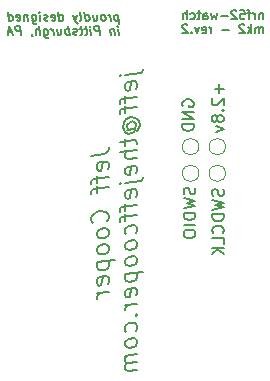
<source format=gbr>
%TF.GenerationSoftware,KiCad,Pcbnew,(5.99.0-2309-gaf729d578)*%
%TF.CreationDate,2020-08-01T12:07:06-04:00*%
%TF.ProjectId,mk2,6d6b322e-6b69-4636-9164-5f7063625858,rev?*%
%TF.SameCoordinates,Original*%
%TF.FileFunction,Legend,Bot*%
%TF.FilePolarity,Positive*%
%FSLAX46Y46*%
G04 Gerber Fmt 4.6, Leading zero omitted, Abs format (unit mm)*
G04 Created by KiCad (PCBNEW (5.99.0-2309-gaf729d578)) date 2020-08-01 12:07:06*
%MOMM*%
%LPD*%
G01*
G04 APERTURE LIST*
%ADD10C,0.150000*%
%ADD11C,0.187500*%
%ADD12C,0.200000*%
%ADD13C,0.120000*%
G04 APERTURE END LIST*
D10*
X28598761Y-28233952D02*
X28646380Y-28376809D01*
X28646380Y-28614904D01*
X28598761Y-28710142D01*
X28551142Y-28757761D01*
X28455904Y-28805380D01*
X28360666Y-28805380D01*
X28265428Y-28757761D01*
X28217809Y-28710142D01*
X28170190Y-28614904D01*
X28122571Y-28424428D01*
X28074952Y-28329190D01*
X28027333Y-28281571D01*
X27932095Y-28233952D01*
X27836857Y-28233952D01*
X27741619Y-28281571D01*
X27694000Y-28329190D01*
X27646380Y-28424428D01*
X27646380Y-28662523D01*
X27694000Y-28805380D01*
X27646380Y-29138714D02*
X28646380Y-29376809D01*
X27932095Y-29567285D01*
X28646380Y-29757761D01*
X27646380Y-29995857D01*
X28646380Y-30376809D02*
X27646380Y-30376809D01*
X27646380Y-30614904D01*
X27694000Y-30757761D01*
X27789238Y-30853000D01*
X27884476Y-30900619D01*
X28074952Y-30948238D01*
X28217809Y-30948238D01*
X28408285Y-30900619D01*
X28503523Y-30853000D01*
X28598761Y-30757761D01*
X28646380Y-30614904D01*
X28646380Y-30376809D01*
X28646380Y-31376809D02*
X27646380Y-31376809D01*
X27646380Y-32043476D02*
X27646380Y-32233952D01*
X27694000Y-32329190D01*
X27789238Y-32424428D01*
X27979714Y-32472047D01*
X28313047Y-32472047D01*
X28503523Y-32424428D01*
X28598761Y-32329190D01*
X28646380Y-32233952D01*
X28646380Y-32043476D01*
X28598761Y-31948238D01*
X28503523Y-31853000D01*
X28313047Y-31805380D01*
X27979714Y-31805380D01*
X27789238Y-31853000D01*
X27694000Y-31948238D01*
X27646380Y-32043476D01*
X31011761Y-28353095D02*
X31059380Y-28495952D01*
X31059380Y-28734047D01*
X31011761Y-28829285D01*
X30964142Y-28876904D01*
X30868904Y-28924523D01*
X30773666Y-28924523D01*
X30678428Y-28876904D01*
X30630809Y-28829285D01*
X30583190Y-28734047D01*
X30535571Y-28543571D01*
X30487952Y-28448333D01*
X30440333Y-28400714D01*
X30345095Y-28353095D01*
X30249857Y-28353095D01*
X30154619Y-28400714D01*
X30107000Y-28448333D01*
X30059380Y-28543571D01*
X30059380Y-28781666D01*
X30107000Y-28924523D01*
X30059380Y-29257857D02*
X31059380Y-29495952D01*
X30345095Y-29686428D01*
X31059380Y-29876904D01*
X30059380Y-30115000D01*
X31059380Y-30495952D02*
X30059380Y-30495952D01*
X30059380Y-30734047D01*
X30107000Y-30876904D01*
X30202238Y-30972142D01*
X30297476Y-31019761D01*
X30487952Y-31067380D01*
X30630809Y-31067380D01*
X30821285Y-31019761D01*
X30916523Y-30972142D01*
X31011761Y-30876904D01*
X31059380Y-30734047D01*
X31059380Y-30495952D01*
X30964142Y-32067380D02*
X31011761Y-32019761D01*
X31059380Y-31876904D01*
X31059380Y-31781666D01*
X31011761Y-31638809D01*
X30916523Y-31543571D01*
X30821285Y-31495952D01*
X30630809Y-31448333D01*
X30487952Y-31448333D01*
X30297476Y-31495952D01*
X30202238Y-31543571D01*
X30107000Y-31638809D01*
X30059380Y-31781666D01*
X30059380Y-31876904D01*
X30107000Y-32019761D01*
X30154619Y-32067380D01*
X31059380Y-32972142D02*
X31059380Y-32495952D01*
X30059380Y-32495952D01*
X31059380Y-33305476D02*
X30059380Y-33305476D01*
X31059380Y-33876904D02*
X30487952Y-33448333D01*
X30059380Y-33876904D02*
X30630809Y-33305476D01*
X27567000Y-21336095D02*
X27519380Y-21240857D01*
X27519380Y-21098000D01*
X27567000Y-20955142D01*
X27662238Y-20859904D01*
X27757476Y-20812285D01*
X27947952Y-20764666D01*
X28090809Y-20764666D01*
X28281285Y-20812285D01*
X28376523Y-20859904D01*
X28471761Y-20955142D01*
X28519380Y-21098000D01*
X28519380Y-21193238D01*
X28471761Y-21336095D01*
X28424142Y-21383714D01*
X28090809Y-21383714D01*
X28090809Y-21193238D01*
X28519380Y-21812285D02*
X27519380Y-21812285D01*
X28519380Y-22383714D01*
X27519380Y-22383714D01*
X28519380Y-22859904D02*
X27519380Y-22859904D01*
X27519380Y-23098000D01*
X27567000Y-23240857D01*
X27662238Y-23336095D01*
X27757476Y-23383714D01*
X27947952Y-23431333D01*
X28090809Y-23431333D01*
X28281285Y-23383714D01*
X28376523Y-23336095D01*
X28471761Y-23240857D01*
X28519380Y-23098000D01*
X28519380Y-22859904D01*
X30653028Y-19485219D02*
X30653028Y-20247123D01*
X31033980Y-19866171D02*
X30272076Y-19866171D01*
X30129219Y-20675695D02*
X30081600Y-20723314D01*
X30033980Y-20818552D01*
X30033980Y-21056647D01*
X30081600Y-21151885D01*
X30129219Y-21199504D01*
X30224457Y-21247123D01*
X30319695Y-21247123D01*
X30462552Y-21199504D01*
X31033980Y-20628076D01*
X31033980Y-21247123D01*
X30938742Y-21675695D02*
X30986361Y-21723314D01*
X31033980Y-21675695D01*
X30986361Y-21628076D01*
X30938742Y-21675695D01*
X31033980Y-21675695D01*
X30462552Y-22294742D02*
X30414933Y-22199504D01*
X30367314Y-22151885D01*
X30272076Y-22104266D01*
X30224457Y-22104266D01*
X30129219Y-22151885D01*
X30081600Y-22199504D01*
X30033980Y-22294742D01*
X30033980Y-22485219D01*
X30081600Y-22580457D01*
X30129219Y-22628076D01*
X30224457Y-22675695D01*
X30272076Y-22675695D01*
X30367314Y-22628076D01*
X30414933Y-22580457D01*
X30462552Y-22485219D01*
X30462552Y-22294742D01*
X30510171Y-22199504D01*
X30557790Y-22151885D01*
X30653028Y-22104266D01*
X30843504Y-22104266D01*
X30938742Y-22151885D01*
X30986361Y-22199504D01*
X31033980Y-22294742D01*
X31033980Y-22485219D01*
X30986361Y-22580457D01*
X30938742Y-22628076D01*
X30843504Y-22675695D01*
X30653028Y-22675695D01*
X30557790Y-22628076D01*
X30510171Y-22580457D01*
X30462552Y-22485219D01*
X30367314Y-23009028D02*
X31033980Y-23247123D01*
X30367314Y-23485219D01*
D11*
X34370553Y-13459535D02*
X34370553Y-13959535D01*
X34370553Y-13530964D02*
X34334839Y-13495250D01*
X34263410Y-13459535D01*
X34156267Y-13459535D01*
X34084839Y-13495250D01*
X34049125Y-13566678D01*
X34049125Y-13959535D01*
X33691982Y-13959535D02*
X33691982Y-13459535D01*
X33691982Y-13602392D02*
X33656267Y-13530964D01*
X33620553Y-13495250D01*
X33549125Y-13459535D01*
X33477696Y-13459535D01*
X33334839Y-13459535D02*
X33049125Y-13459535D01*
X33227696Y-13959535D02*
X33227696Y-13316678D01*
X33191982Y-13245250D01*
X33120553Y-13209535D01*
X33049125Y-13209535D01*
X32441982Y-13209535D02*
X32799125Y-13209535D01*
X32834839Y-13566678D01*
X32799125Y-13530964D01*
X32727696Y-13495250D01*
X32549125Y-13495250D01*
X32477696Y-13530964D01*
X32441982Y-13566678D01*
X32406267Y-13638107D01*
X32406267Y-13816678D01*
X32441982Y-13888107D01*
X32477696Y-13923821D01*
X32549125Y-13959535D01*
X32727696Y-13959535D01*
X32799125Y-13923821D01*
X32834839Y-13888107D01*
X32120553Y-13280964D02*
X32084839Y-13245250D01*
X32013410Y-13209535D01*
X31834839Y-13209535D01*
X31763410Y-13245250D01*
X31727696Y-13280964D01*
X31691982Y-13352392D01*
X31691982Y-13423821D01*
X31727696Y-13530964D01*
X32156267Y-13959535D01*
X31691982Y-13959535D01*
X31370553Y-13673821D02*
X30799125Y-13673821D01*
X30513410Y-13459535D02*
X30370553Y-13959535D01*
X30227696Y-13602392D01*
X30084839Y-13959535D01*
X29941982Y-13459535D01*
X29334839Y-13959535D02*
X29334839Y-13566678D01*
X29370553Y-13495250D01*
X29441982Y-13459535D01*
X29584839Y-13459535D01*
X29656267Y-13495250D01*
X29334839Y-13923821D02*
X29406267Y-13959535D01*
X29584839Y-13959535D01*
X29656267Y-13923821D01*
X29691982Y-13852392D01*
X29691982Y-13780964D01*
X29656267Y-13709535D01*
X29584839Y-13673821D01*
X29406267Y-13673821D01*
X29334839Y-13638107D01*
X29084839Y-13459535D02*
X28799125Y-13459535D01*
X28977696Y-13209535D02*
X28977696Y-13852392D01*
X28941982Y-13923821D01*
X28870553Y-13959535D01*
X28799125Y-13959535D01*
X28227696Y-13923821D02*
X28299125Y-13959535D01*
X28441982Y-13959535D01*
X28513410Y-13923821D01*
X28549125Y-13888107D01*
X28584839Y-13816678D01*
X28584839Y-13602392D01*
X28549125Y-13530964D01*
X28513410Y-13495250D01*
X28441982Y-13459535D01*
X28299125Y-13459535D01*
X28227696Y-13495250D01*
X27906267Y-13959535D02*
X27906267Y-13209535D01*
X27584839Y-13959535D02*
X27584839Y-13566678D01*
X27620553Y-13495250D01*
X27691982Y-13459535D01*
X27799125Y-13459535D01*
X27870553Y-13495250D01*
X27906267Y-13530964D01*
X34370553Y-15167035D02*
X34370553Y-14667035D01*
X34370553Y-14738464D02*
X34334839Y-14702750D01*
X34263410Y-14667035D01*
X34156267Y-14667035D01*
X34084839Y-14702750D01*
X34049125Y-14774178D01*
X34049125Y-15167035D01*
X34049125Y-14774178D02*
X34013410Y-14702750D01*
X33941982Y-14667035D01*
X33834839Y-14667035D01*
X33763410Y-14702750D01*
X33727696Y-14774178D01*
X33727696Y-15167035D01*
X33370553Y-15167035D02*
X33370553Y-14417035D01*
X33299125Y-14881321D02*
X33084839Y-15167035D01*
X33084839Y-14667035D02*
X33370553Y-14952750D01*
X32799125Y-14488464D02*
X32763410Y-14452750D01*
X32691982Y-14417035D01*
X32513410Y-14417035D01*
X32441982Y-14452750D01*
X32406267Y-14488464D01*
X32370553Y-14559892D01*
X32370553Y-14631321D01*
X32406267Y-14738464D01*
X32834839Y-15167035D01*
X32370553Y-15167035D01*
X31477696Y-14881321D02*
X30906267Y-14881321D01*
X29977696Y-15167035D02*
X29977696Y-14667035D01*
X29977696Y-14809892D02*
X29941982Y-14738464D01*
X29906267Y-14702750D01*
X29834839Y-14667035D01*
X29763410Y-14667035D01*
X29227696Y-15131321D02*
X29299125Y-15167035D01*
X29441982Y-15167035D01*
X29513410Y-15131321D01*
X29549125Y-15059892D01*
X29549125Y-14774178D01*
X29513410Y-14702750D01*
X29441982Y-14667035D01*
X29299125Y-14667035D01*
X29227696Y-14702750D01*
X29191982Y-14774178D01*
X29191982Y-14845607D01*
X29549125Y-14917035D01*
X28941982Y-14667035D02*
X28763410Y-15167035D01*
X28584839Y-14667035D01*
X28299125Y-15095607D02*
X28263410Y-15131321D01*
X28299125Y-15167035D01*
X28334839Y-15131321D01*
X28299125Y-15095607D01*
X28299125Y-15167035D01*
X27977696Y-14488464D02*
X27941982Y-14452750D01*
X27870553Y-14417035D01*
X27691982Y-14417035D01*
X27620553Y-14452750D01*
X27584839Y-14488464D01*
X27549125Y-14559892D01*
X27549125Y-14631321D01*
X27584839Y-14738464D01*
X28013410Y-15167035D01*
X27549125Y-15167035D01*
X22111589Y-13586535D02*
X22205339Y-14336535D01*
X22116053Y-13622250D02*
X22040160Y-13586535D01*
X21897303Y-13586535D01*
X21830339Y-13622250D01*
X21799089Y-13657964D01*
X21772303Y-13729392D01*
X21799089Y-13943678D01*
X21843732Y-14015107D01*
X21883910Y-14050821D01*
X21959803Y-14086535D01*
X22102660Y-14086535D01*
X22169625Y-14050821D01*
X21495517Y-14086535D02*
X21433017Y-13586535D01*
X21450875Y-13729392D02*
X21406232Y-13657964D01*
X21366053Y-13622250D01*
X21290160Y-13586535D01*
X21218732Y-13586535D01*
X20924089Y-14086535D02*
X20991053Y-14050821D01*
X21022303Y-14015107D01*
X21049089Y-13943678D01*
X21022303Y-13729392D01*
X20977660Y-13657964D01*
X20937482Y-13622250D01*
X20861589Y-13586535D01*
X20754446Y-13586535D01*
X20687482Y-13622250D01*
X20656232Y-13657964D01*
X20629446Y-13729392D01*
X20656232Y-13943678D01*
X20700875Y-14015107D01*
X20741053Y-14050821D01*
X20816946Y-14086535D01*
X20924089Y-14086535D01*
X19968732Y-13586535D02*
X20031232Y-14086535D01*
X20290160Y-13586535D02*
X20339267Y-13979392D01*
X20312482Y-14050821D01*
X20245517Y-14086535D01*
X20138375Y-14086535D01*
X20062482Y-14050821D01*
X20022303Y-14015107D01*
X19352660Y-14086535D02*
X19258910Y-13336535D01*
X19348196Y-14050821D02*
X19424089Y-14086535D01*
X19566946Y-14086535D01*
X19633910Y-14050821D01*
X19665160Y-14015107D01*
X19691946Y-13943678D01*
X19665160Y-13729392D01*
X19620517Y-13657964D01*
X19580339Y-13622250D01*
X19504446Y-13586535D01*
X19361589Y-13586535D01*
X19294625Y-13622250D01*
X18888375Y-14086535D02*
X18955339Y-14050821D01*
X18982125Y-13979392D01*
X18901767Y-13336535D01*
X18611589Y-13586535D02*
X18495517Y-14086535D01*
X18254446Y-13586535D02*
X18495517Y-14086535D01*
X18589267Y-14265107D01*
X18629446Y-14300821D01*
X18705339Y-14336535D01*
X17138375Y-14086535D02*
X17044625Y-13336535D01*
X17133910Y-14050821D02*
X17209803Y-14086535D01*
X17352660Y-14086535D01*
X17419625Y-14050821D01*
X17450875Y-14015107D01*
X17477660Y-13943678D01*
X17450875Y-13729392D01*
X17406232Y-13657964D01*
X17366053Y-13622250D01*
X17290160Y-13586535D01*
X17147303Y-13586535D01*
X17080339Y-13622250D01*
X16491053Y-14050821D02*
X16566946Y-14086535D01*
X16709803Y-14086535D01*
X16776767Y-14050821D01*
X16803553Y-13979392D01*
X16767839Y-13693678D01*
X16723196Y-13622250D01*
X16647303Y-13586535D01*
X16504446Y-13586535D01*
X16437482Y-13622250D01*
X16410696Y-13693678D01*
X16419625Y-13765107D01*
X16785696Y-13836535D01*
X16169625Y-14050821D02*
X16102660Y-14086535D01*
X15959803Y-14086535D01*
X15883910Y-14050821D01*
X15839267Y-13979392D01*
X15834803Y-13943678D01*
X15861589Y-13872250D01*
X15928553Y-13836535D01*
X16035696Y-13836535D01*
X16102660Y-13800821D01*
X16129446Y-13729392D01*
X16124982Y-13693678D01*
X16080339Y-13622250D01*
X16004446Y-13586535D01*
X15897303Y-13586535D01*
X15830339Y-13622250D01*
X15531232Y-14086535D02*
X15468732Y-13586535D01*
X15437482Y-13336535D02*
X15477660Y-13372250D01*
X15446410Y-13407964D01*
X15406232Y-13372250D01*
X15437482Y-13336535D01*
X15446410Y-13407964D01*
X14790160Y-13586535D02*
X14866053Y-14193678D01*
X14910696Y-14265107D01*
X14950875Y-14300821D01*
X15026767Y-14336535D01*
X15133910Y-14336535D01*
X15200875Y-14300821D01*
X14848196Y-14050821D02*
X14924089Y-14086535D01*
X15066946Y-14086535D01*
X15133910Y-14050821D01*
X15165160Y-14015107D01*
X15191946Y-13943678D01*
X15165160Y-13729392D01*
X15120517Y-13657964D01*
X15080339Y-13622250D01*
X15004446Y-13586535D01*
X14861589Y-13586535D01*
X14794625Y-13622250D01*
X14433017Y-13586535D02*
X14495517Y-14086535D01*
X14441946Y-13657964D02*
X14401767Y-13622250D01*
X14325875Y-13586535D01*
X14218732Y-13586535D01*
X14151767Y-13622250D01*
X14124982Y-13693678D01*
X14174089Y-14086535D01*
X13526767Y-14050821D02*
X13602660Y-14086535D01*
X13745517Y-14086535D01*
X13812482Y-14050821D01*
X13839267Y-13979392D01*
X13803553Y-13693678D01*
X13758910Y-13622250D01*
X13683017Y-13586535D01*
X13540160Y-13586535D01*
X13473196Y-13622250D01*
X13446410Y-13693678D01*
X13455339Y-13765107D01*
X13821410Y-13836535D01*
X12852660Y-14086535D02*
X12758910Y-13336535D01*
X12848196Y-14050821D02*
X12924089Y-14086535D01*
X13066946Y-14086535D01*
X13133910Y-14050821D01*
X13165160Y-14015107D01*
X13191946Y-13943678D01*
X13165160Y-13729392D01*
X13120517Y-13657964D01*
X13080339Y-13622250D01*
X13004446Y-13586535D01*
X12861589Y-13586535D01*
X12794625Y-13622250D01*
X22174089Y-15294035D02*
X22111589Y-14794035D01*
X22080339Y-14544035D02*
X22120517Y-14579750D01*
X22089267Y-14615464D01*
X22049089Y-14579750D01*
X22080339Y-14544035D01*
X22089267Y-14615464D01*
X21754446Y-14794035D02*
X21816946Y-15294035D01*
X21763375Y-14865464D02*
X21723196Y-14829750D01*
X21647303Y-14794035D01*
X21540160Y-14794035D01*
X21473196Y-14829750D01*
X21446410Y-14901178D01*
X21495517Y-15294035D01*
X20566946Y-15294035D02*
X20473196Y-14544035D01*
X20187482Y-14544035D01*
X20120517Y-14579750D01*
X20089267Y-14615464D01*
X20062482Y-14686892D01*
X20075875Y-14794035D01*
X20120517Y-14865464D01*
X20160696Y-14901178D01*
X20236589Y-14936892D01*
X20522303Y-14936892D01*
X19816946Y-15294035D02*
X19754446Y-14794035D01*
X19723196Y-14544035D02*
X19763375Y-14579750D01*
X19732125Y-14615464D01*
X19691946Y-14579750D01*
X19723196Y-14544035D01*
X19732125Y-14615464D01*
X19504446Y-14794035D02*
X19218732Y-14794035D01*
X19366053Y-14544035D02*
X19446410Y-15186892D01*
X19419625Y-15258321D01*
X19352660Y-15294035D01*
X19281232Y-15294035D01*
X19075875Y-14794035D02*
X18790160Y-14794035D01*
X18937482Y-14544035D02*
X19017839Y-15186892D01*
X18991053Y-15258321D01*
X18924089Y-15294035D01*
X18852660Y-15294035D01*
X18633910Y-15258321D02*
X18566946Y-15294035D01*
X18424089Y-15294035D01*
X18348196Y-15258321D01*
X18303553Y-15186892D01*
X18299089Y-15151178D01*
X18325875Y-15079750D01*
X18392839Y-15044035D01*
X18499982Y-15044035D01*
X18566946Y-15008321D01*
X18593732Y-14936892D01*
X18589267Y-14901178D01*
X18544625Y-14829750D01*
X18468732Y-14794035D01*
X18361589Y-14794035D01*
X18294625Y-14829750D01*
X17995517Y-15294035D02*
X17901767Y-14544035D01*
X17937482Y-14829750D02*
X17861589Y-14794035D01*
X17718732Y-14794035D01*
X17651767Y-14829750D01*
X17620517Y-14865464D01*
X17593732Y-14936892D01*
X17620517Y-15151178D01*
X17665160Y-15222607D01*
X17705339Y-15258321D01*
X17781232Y-15294035D01*
X17924089Y-15294035D01*
X17991053Y-15258321D01*
X16933017Y-14794035D02*
X16995517Y-15294035D01*
X17254446Y-14794035D02*
X17303553Y-15186892D01*
X17276767Y-15258321D01*
X17209803Y-15294035D01*
X17102660Y-15294035D01*
X17026767Y-15258321D01*
X16986589Y-15222607D01*
X16638375Y-15294035D02*
X16575875Y-14794035D01*
X16593732Y-14936892D02*
X16549089Y-14865464D01*
X16508910Y-14829750D01*
X16433017Y-14794035D01*
X16361589Y-14794035D01*
X15790160Y-14794035D02*
X15866053Y-15401178D01*
X15910696Y-15472607D01*
X15950875Y-15508321D01*
X16026767Y-15544035D01*
X16133910Y-15544035D01*
X16200875Y-15508321D01*
X15848196Y-15258321D02*
X15924089Y-15294035D01*
X16066946Y-15294035D01*
X16133910Y-15258321D01*
X16165160Y-15222607D01*
X16191946Y-15151178D01*
X16165160Y-14936892D01*
X16120517Y-14865464D01*
X16080339Y-14829750D01*
X16004446Y-14794035D01*
X15861589Y-14794035D01*
X15794625Y-14829750D01*
X15495517Y-15294035D02*
X15401767Y-14544035D01*
X15174089Y-15294035D02*
X15124982Y-14901178D01*
X15151767Y-14829750D01*
X15218732Y-14794035D01*
X15325875Y-14794035D01*
X15401767Y-14829750D01*
X15441946Y-14865464D01*
X14776767Y-15258321D02*
X14781232Y-15294035D01*
X14825875Y-15365464D01*
X14866053Y-15401178D01*
X13888375Y-15294035D02*
X13794625Y-14544035D01*
X13508910Y-14544035D01*
X13441946Y-14579750D01*
X13410696Y-14615464D01*
X13383910Y-14686892D01*
X13397303Y-14794035D01*
X13441946Y-14865464D01*
X13482125Y-14901178D01*
X13558017Y-14936892D01*
X13843732Y-14936892D01*
X13147303Y-15079750D02*
X12790160Y-15079750D01*
X13245517Y-15294035D02*
X12901767Y-14544035D01*
X12745517Y-15294035D01*
D12*
X19815071Y-25537491D02*
X20886500Y-25403562D01*
X21100785Y-25305348D01*
X21243642Y-25144633D01*
X21315071Y-24921419D01*
X21315071Y-24778562D01*
X21243642Y-26644633D02*
X21315071Y-26492848D01*
X21315071Y-26207133D01*
X21243642Y-26073205D01*
X21100785Y-26019633D01*
X20529357Y-26091062D01*
X20386500Y-26180348D01*
X20315071Y-26332133D01*
X20315071Y-26617848D01*
X20386500Y-26751776D01*
X20529357Y-26805348D01*
X20672214Y-26787491D01*
X20815071Y-26055348D01*
X20315071Y-27260705D02*
X20315071Y-27832133D01*
X21315071Y-27349991D02*
X20029357Y-27510705D01*
X19886500Y-27599991D01*
X19815071Y-27751776D01*
X19815071Y-27894633D01*
X20315071Y-28117848D02*
X20315071Y-28689276D01*
X21315071Y-28207133D02*
X20029357Y-28367848D01*
X19886500Y-28457133D01*
X19815071Y-28608919D01*
X19815071Y-28751776D01*
X21172214Y-31082133D02*
X21243642Y-31001776D01*
X21315071Y-30778562D01*
X21315071Y-30635705D01*
X21243642Y-30430348D01*
X21100785Y-30305348D01*
X20957928Y-30251776D01*
X20672214Y-30216062D01*
X20457928Y-30242848D01*
X20172214Y-30349991D01*
X20029357Y-30439276D01*
X19886500Y-30599991D01*
X19815071Y-30823205D01*
X19815071Y-30966062D01*
X19886500Y-31171419D01*
X19957928Y-31233919D01*
X21315071Y-31921419D02*
X21243642Y-31787491D01*
X21172214Y-31724991D01*
X21029357Y-31671419D01*
X20600785Y-31724991D01*
X20457928Y-31814276D01*
X20386500Y-31894633D01*
X20315071Y-32046419D01*
X20315071Y-32260705D01*
X20386500Y-32394633D01*
X20457928Y-32457133D01*
X20600785Y-32510705D01*
X21029357Y-32457133D01*
X21172214Y-32367848D01*
X21243642Y-32287491D01*
X21315071Y-32135705D01*
X21315071Y-31921419D01*
X21315071Y-33278562D02*
X21243642Y-33144633D01*
X21172214Y-33082133D01*
X21029357Y-33028562D01*
X20600785Y-33082133D01*
X20457928Y-33171419D01*
X20386500Y-33251776D01*
X20315071Y-33403562D01*
X20315071Y-33617848D01*
X20386500Y-33751776D01*
X20457928Y-33814276D01*
X20600785Y-33867848D01*
X21029357Y-33814276D01*
X21172214Y-33724991D01*
X21243642Y-33644633D01*
X21315071Y-33492848D01*
X21315071Y-33278562D01*
X20315071Y-34546419D02*
X21815071Y-34358919D01*
X20386500Y-34537491D02*
X20315071Y-34689276D01*
X20315071Y-34974991D01*
X20386500Y-35108919D01*
X20457928Y-35171419D01*
X20600785Y-35224991D01*
X21029357Y-35171419D01*
X21172214Y-35082133D01*
X21243642Y-35001776D01*
X21315071Y-34849991D01*
X21315071Y-34564276D01*
X21243642Y-34430348D01*
X21243642Y-36358919D02*
X21315071Y-36207133D01*
X21315071Y-35921419D01*
X21243642Y-35787491D01*
X21100785Y-35733919D01*
X20529357Y-35805348D01*
X20386500Y-35894633D01*
X20315071Y-36046419D01*
X20315071Y-36332133D01*
X20386500Y-36466062D01*
X20529357Y-36519633D01*
X20672214Y-36501776D01*
X20815071Y-35769633D01*
X21315071Y-37064276D02*
X20315071Y-37189276D01*
X20600785Y-37153562D02*
X20457928Y-37242848D01*
X20386500Y-37323205D01*
X20315071Y-37474991D01*
X20315071Y-37617848D01*
X22730071Y-18689276D02*
X24015785Y-18528562D01*
X24158642Y-18439276D01*
X24230071Y-18287491D01*
X24230071Y-18216062D01*
X22230071Y-18751776D02*
X22301500Y-18671419D01*
X22372928Y-18733919D01*
X22301500Y-18814276D01*
X22230071Y-18751776D01*
X22372928Y-18733919D01*
X23658642Y-19858919D02*
X23730071Y-19707133D01*
X23730071Y-19421419D01*
X23658642Y-19287491D01*
X23515785Y-19233919D01*
X22944357Y-19305348D01*
X22801500Y-19394633D01*
X22730071Y-19546419D01*
X22730071Y-19832133D01*
X22801500Y-19966062D01*
X22944357Y-20019633D01*
X23087214Y-20001776D01*
X23230071Y-19269633D01*
X22730071Y-20474991D02*
X22730071Y-21046419D01*
X23730071Y-20564276D02*
X22444357Y-20724991D01*
X22301500Y-20814276D01*
X22230071Y-20966062D01*
X22230071Y-21108919D01*
X22730071Y-21332133D02*
X22730071Y-21903562D01*
X23730071Y-21421419D02*
X22444357Y-21582133D01*
X22301500Y-21671419D01*
X22230071Y-21823205D01*
X22230071Y-21966062D01*
X23015785Y-23296419D02*
X22944357Y-23233919D01*
X22872928Y-23099991D01*
X22872928Y-22957133D01*
X22944357Y-22805348D01*
X23015785Y-22724991D01*
X23158642Y-22635705D01*
X23301500Y-22617848D01*
X23444357Y-22671419D01*
X23515785Y-22733919D01*
X23587214Y-22867848D01*
X23587214Y-23010705D01*
X23515785Y-23162491D01*
X23444357Y-23242848D01*
X22872928Y-23314276D02*
X23444357Y-23242848D01*
X23515785Y-23305348D01*
X23515785Y-23376776D01*
X23444357Y-23528562D01*
X23301500Y-23617848D01*
X22944357Y-23662491D01*
X22730071Y-23546419D01*
X22587214Y-23349991D01*
X22515785Y-23073205D01*
X22587214Y-22778562D01*
X22730071Y-22546419D01*
X22944357Y-22376776D01*
X23230071Y-22269633D01*
X23515785Y-22305348D01*
X23730071Y-22421419D01*
X23872928Y-22617848D01*
X23944357Y-22894633D01*
X23872928Y-23189276D01*
X23730071Y-23421419D01*
X22730071Y-24117848D02*
X22730071Y-24689276D01*
X22230071Y-24394633D02*
X23515785Y-24233919D01*
X23658642Y-24287491D01*
X23730071Y-24421419D01*
X23730071Y-24564276D01*
X23730071Y-25064276D02*
X22230071Y-25251776D01*
X23730071Y-25707133D02*
X22944357Y-25805348D01*
X22801500Y-25751776D01*
X22730071Y-25617848D01*
X22730071Y-25403562D01*
X22801500Y-25251776D01*
X22872928Y-25171419D01*
X23658642Y-27001776D02*
X23730071Y-26849991D01*
X23730071Y-26564276D01*
X23658642Y-26430348D01*
X23515785Y-26376776D01*
X22944357Y-26448205D01*
X22801500Y-26537491D01*
X22730071Y-26689276D01*
X22730071Y-26974991D01*
X22801500Y-27108919D01*
X22944357Y-27162491D01*
X23087214Y-27144633D01*
X23230071Y-26412491D01*
X22730071Y-27832133D02*
X24015785Y-27671419D01*
X24158642Y-27582133D01*
X24230071Y-27430348D01*
X24230071Y-27358919D01*
X22230071Y-27894633D02*
X22301500Y-27814276D01*
X22372928Y-27876776D01*
X22301500Y-27957133D01*
X22230071Y-27894633D01*
X22372928Y-27876776D01*
X23658642Y-29001776D02*
X23730071Y-28849991D01*
X23730071Y-28564276D01*
X23658642Y-28430348D01*
X23515785Y-28376776D01*
X22944357Y-28448205D01*
X22801500Y-28537491D01*
X22730071Y-28689276D01*
X22730071Y-28974991D01*
X22801500Y-29108919D01*
X22944357Y-29162491D01*
X23087214Y-29144633D01*
X23230071Y-28412491D01*
X22730071Y-29617848D02*
X22730071Y-30189276D01*
X23730071Y-29707133D02*
X22444357Y-29867848D01*
X22301500Y-29957133D01*
X22230071Y-30108919D01*
X22230071Y-30251776D01*
X22730071Y-30474991D02*
X22730071Y-31046419D01*
X23730071Y-30564276D02*
X22444357Y-30724991D01*
X22301500Y-30814276D01*
X22230071Y-30966062D01*
X22230071Y-31108919D01*
X23658642Y-32073205D02*
X23730071Y-31921419D01*
X23730071Y-31635705D01*
X23658642Y-31501776D01*
X23587214Y-31439276D01*
X23444357Y-31385705D01*
X23015785Y-31439276D01*
X22872928Y-31528562D01*
X22801500Y-31608919D01*
X22730071Y-31760705D01*
X22730071Y-32046419D01*
X22801500Y-32180348D01*
X23730071Y-32921419D02*
X23658642Y-32787491D01*
X23587214Y-32724991D01*
X23444357Y-32671419D01*
X23015785Y-32724991D01*
X22872928Y-32814276D01*
X22801500Y-32894633D01*
X22730071Y-33046419D01*
X22730071Y-33260705D01*
X22801500Y-33394633D01*
X22872928Y-33457133D01*
X23015785Y-33510705D01*
X23444357Y-33457133D01*
X23587214Y-33367848D01*
X23658642Y-33287491D01*
X23730071Y-33135705D01*
X23730071Y-32921419D01*
X23730071Y-34278562D02*
X23658642Y-34144633D01*
X23587214Y-34082133D01*
X23444357Y-34028562D01*
X23015785Y-34082133D01*
X22872928Y-34171419D01*
X22801500Y-34251776D01*
X22730071Y-34403562D01*
X22730071Y-34617848D01*
X22801500Y-34751776D01*
X22872928Y-34814276D01*
X23015785Y-34867848D01*
X23444357Y-34814276D01*
X23587214Y-34724991D01*
X23658642Y-34644633D01*
X23730071Y-34492848D01*
X23730071Y-34278562D01*
X22730071Y-35546419D02*
X24230071Y-35358919D01*
X22801500Y-35537491D02*
X22730071Y-35689276D01*
X22730071Y-35974991D01*
X22801500Y-36108919D01*
X22872928Y-36171419D01*
X23015785Y-36224991D01*
X23444357Y-36171419D01*
X23587214Y-36082133D01*
X23658642Y-36001776D01*
X23730071Y-35849991D01*
X23730071Y-35564276D01*
X23658642Y-35430348D01*
X23658642Y-37358919D02*
X23730071Y-37207133D01*
X23730071Y-36921419D01*
X23658642Y-36787491D01*
X23515785Y-36733919D01*
X22944357Y-36805348D01*
X22801500Y-36894633D01*
X22730071Y-37046419D01*
X22730071Y-37332133D01*
X22801500Y-37466062D01*
X22944357Y-37519633D01*
X23087214Y-37501776D01*
X23230071Y-36769633D01*
X23730071Y-38064276D02*
X22730071Y-38189276D01*
X23015785Y-38153562D02*
X22872928Y-38242848D01*
X22801500Y-38323205D01*
X22730071Y-38474991D01*
X22730071Y-38617848D01*
X23587214Y-39010705D02*
X23658642Y-39073205D01*
X23730071Y-38992848D01*
X23658642Y-38930348D01*
X23587214Y-39010705D01*
X23730071Y-38992848D01*
X23658642Y-40358919D02*
X23730071Y-40207133D01*
X23730071Y-39921419D01*
X23658642Y-39787491D01*
X23587214Y-39724991D01*
X23444357Y-39671419D01*
X23015785Y-39724991D01*
X22872928Y-39814276D01*
X22801500Y-39894633D01*
X22730071Y-40046419D01*
X22730071Y-40332133D01*
X22801500Y-40466062D01*
X23730071Y-41207133D02*
X23658642Y-41073205D01*
X23587214Y-41010705D01*
X23444357Y-40957133D01*
X23015785Y-41010705D01*
X22872928Y-41099991D01*
X22801500Y-41180348D01*
X22730071Y-41332133D01*
X22730071Y-41546419D01*
X22801500Y-41680348D01*
X22872928Y-41742848D01*
X23015785Y-41796419D01*
X23444357Y-41742848D01*
X23587214Y-41653562D01*
X23658642Y-41573205D01*
X23730071Y-41421419D01*
X23730071Y-41207133D01*
X23730071Y-42349991D02*
X22730071Y-42474991D01*
X22872928Y-42457133D02*
X22801500Y-42537491D01*
X22730071Y-42689276D01*
X22730071Y-42903562D01*
X22801500Y-43037491D01*
X22944357Y-43091062D01*
X23730071Y-42992848D01*
X22944357Y-43091062D02*
X22801500Y-43180348D01*
X22730071Y-43332133D01*
X22730071Y-43546419D01*
X22801500Y-43680348D01*
X22944357Y-43733919D01*
X23730071Y-43635705D01*
D13*
%TO.C,TP4*%
X28950000Y-27015000D02*
G75*
G03*
X28950000Y-27015000I-700000J0D01*
G01*
%TO.C,TP3*%
X31200000Y-24765000D02*
G75*
G03*
X31200000Y-24765000I-700000J0D01*
G01*
%TO.C,TP1*%
X28950000Y-24765000D02*
G75*
G03*
X28950000Y-24765000I-700000J0D01*
G01*
%TO.C,TP2*%
X31200000Y-27015000D02*
G75*
G03*
X31200000Y-27015000I-700000J0D01*
G01*
%TD*%
M02*

</source>
